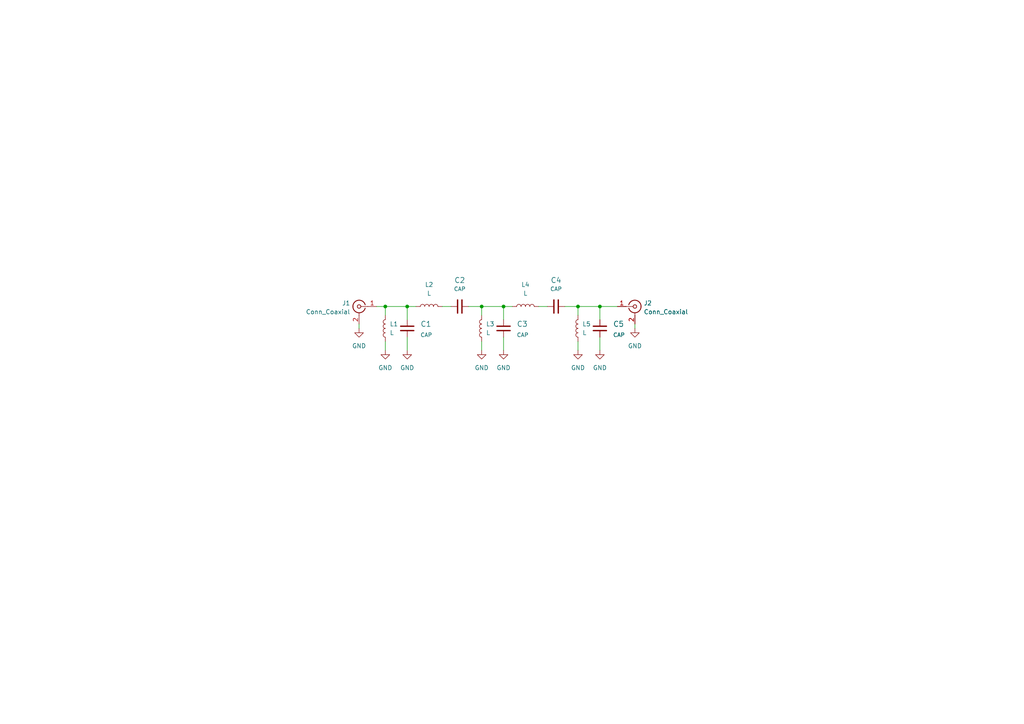
<source format=kicad_sch>
(kicad_sch (version 20211123) (generator eeschema)

  (uuid fc8cc2fb-513b-4480-962f-347da4659194)

  (paper "A4")

  (lib_symbols
    (symbol "Connector:Conn_Coaxial" (pin_names (offset 1.016) hide) (in_bom yes) (on_board yes)
      (property "Reference" "J" (id 0) (at 0.254 3.048 0)
        (effects (font (size 1.27 1.27)))
      )
      (property "Value" "Conn_Coaxial" (id 1) (at 2.921 0 90)
        (effects (font (size 1.27 1.27)))
      )
      (property "Footprint" "" (id 2) (at 0 0 0)
        (effects (font (size 1.27 1.27)) hide)
      )
      (property "Datasheet" " ~" (id 3) (at 0 0 0)
        (effects (font (size 1.27 1.27)) hide)
      )
      (property "ki_keywords" "BNC SMA SMB SMC LEMO coaxial connector CINCH RCA" (id 4) (at 0 0 0)
        (effects (font (size 1.27 1.27)) hide)
      )
      (property "ki_description" "coaxial connector (BNC, SMA, SMB, SMC, Cinch/RCA, LEMO, ...)" (id 5) (at 0 0 0)
        (effects (font (size 1.27 1.27)) hide)
      )
      (property "ki_fp_filters" "*BNC* *SMA* *SMB* *SMC* *Cinch* *LEMO*" (id 6) (at 0 0 0)
        (effects (font (size 1.27 1.27)) hide)
      )
      (symbol "Conn_Coaxial_0_1"
        (arc (start -1.778 -0.508) (mid 0.2311 -1.8066) (end 1.778 0)
          (stroke (width 0.254) (type default) (color 0 0 0 0))
          (fill (type none))
        )
        (polyline
          (pts
            (xy -2.54 0)
            (xy -0.508 0)
          )
          (stroke (width 0) (type default) (color 0 0 0 0))
          (fill (type none))
        )
        (polyline
          (pts
            (xy 0 -2.54)
            (xy 0 -1.778)
          )
          (stroke (width 0) (type default) (color 0 0 0 0))
          (fill (type none))
        )
        (circle (center 0 0) (radius 0.508)
          (stroke (width 0.2032) (type default) (color 0 0 0 0))
          (fill (type none))
        )
        (arc (start 1.778 0) (mid 0.2099 1.8101) (end -1.778 0.508)
          (stroke (width 0.254) (type default) (color 0 0 0 0))
          (fill (type none))
        )
      )
      (symbol "Conn_Coaxial_1_1"
        (pin passive line (at -5.08 0 0) (length 2.54)
          (name "In" (effects (font (size 1.27 1.27))))
          (number "1" (effects (font (size 1.27 1.27))))
        )
        (pin passive line (at 0 -5.08 90) (length 2.54)
          (name "Ext" (effects (font (size 1.27 1.27))))
          (number "2" (effects (font (size 1.27 1.27))))
        )
      )
    )
    (symbol "Device:L" (pin_numbers hide) (pin_names (offset 1.016) hide) (in_bom yes) (on_board yes)
      (property "Reference" "L" (id 0) (at -1.27 0 90)
        (effects (font (size 1.27 1.27)))
      )
      (property "Value" "L" (id 1) (at 1.905 0 90)
        (effects (font (size 1.27 1.27)))
      )
      (property "Footprint" "" (id 2) (at 0 0 0)
        (effects (font (size 1.27 1.27)) hide)
      )
      (property "Datasheet" "~" (id 3) (at 0 0 0)
        (effects (font (size 1.27 1.27)) hide)
      )
      (property "ki_keywords" "inductor choke coil reactor magnetic" (id 4) (at 0 0 0)
        (effects (font (size 1.27 1.27)) hide)
      )
      (property "ki_description" "Inductor" (id 5) (at 0 0 0)
        (effects (font (size 1.27 1.27)) hide)
      )
      (property "ki_fp_filters" "Choke_* *Coil* Inductor_* L_*" (id 6) (at 0 0 0)
        (effects (font (size 1.27 1.27)) hide)
      )
      (symbol "L_0_1"
        (arc (start 0 -2.54) (mid 0.635 -1.905) (end 0 -1.27)
          (stroke (width 0) (type default) (color 0 0 0 0))
          (fill (type none))
        )
        (arc (start 0 -1.27) (mid 0.635 -0.635) (end 0 0)
          (stroke (width 0) (type default) (color 0 0 0 0))
          (fill (type none))
        )
        (arc (start 0 0) (mid 0.635 0.635) (end 0 1.27)
          (stroke (width 0) (type default) (color 0 0 0 0))
          (fill (type none))
        )
        (arc (start 0 1.27) (mid 0.635 1.905) (end 0 2.54)
          (stroke (width 0) (type default) (color 0 0 0 0))
          (fill (type none))
        )
      )
      (symbol "L_1_1"
        (pin passive line (at 0 3.81 270) (length 1.27)
          (name "1" (effects (font (size 1.27 1.27))))
          (number "1" (effects (font (size 1.27 1.27))))
        )
        (pin passive line (at 0 -3.81 90) (length 1.27)
          (name "2" (effects (font (size 1.27 1.27))))
          (number "2" (effects (font (size 1.27 1.27))))
        )
      )
    )
    (symbol "passive:CAP" (pin_numbers hide) (pin_names (offset 1.016) hide) (in_bom yes) (on_board yes)
      (property "Reference" "C" (id 0) (at 0.762 2.286 0)
        (effects (font (size 1.524 1.524)) (justify left))
      )
      (property "Value" "CAP" (id 1) (at 0.762 -2.286 0)
        (effects (font (size 1.143 1.143)) (justify left))
      )
      (property "Footprint" "" (id 2) (at 0.889 -3.937 0)
        (effects (font (size 1.016 1.016)) (justify left) hide)
      )
      (property "Datasheet" "" (id 3) (at 0 2.54 0)
        (effects (font (size 1.524 1.524)) hide)
      )
      (property "Part" "-" (id 4) (at 1.016 4.191 0)
        (effects (font (size 1.143 1.143)) (justify left) hide)
      )
      (property "Family" "Passive" (id 5) (at 5.842 7.366 0)
        (effects (font (size 1.27 1.27)) hide)
      )
      (property "ki_keywords" "capacitor" (id 6) (at 0 0 0)
        (effects (font (size 1.27 1.27)) hide)
      )
      (property "ki_description" "Capacitor" (id 7) (at 0 0 0)
        (effects (font (size 1.27 1.27)) hide)
      )
      (symbol "CAP_0_1"
        (polyline
          (pts
            (xy -1.905 -0.635)
            (xy 1.905 -0.635)
          )
          (stroke (width 0.381) (type default) (color 0 0 0 0))
          (fill (type none))
        )
        (polyline
          (pts
            (xy -1.905 0.635)
            (xy 1.905 0.635)
          )
          (stroke (width 0.381) (type default) (color 0 0 0 0))
          (fill (type none))
        )
      )
      (symbol "CAP_1_1"
        (pin passive line (at 0 -2.54 90) (length 1.905)
          (name "1" (effects (font (size 1.143 1.143))))
          (number "1" (effects (font (size 1.016 1.016))))
        )
        (pin passive line (at 0 2.54 270) (length 1.905)
          (name "2" (effects (font (size 1.143 1.143))))
          (number "2" (effects (font (size 1.016 1.016))))
        )
      )
    )
    (symbol "power:GND" (power) (pin_names (offset 0)) (in_bom yes) (on_board yes)
      (property "Reference" "#PWR" (id 0) (at 0 -6.35 0)
        (effects (font (size 1.27 1.27)) hide)
      )
      (property "Value" "GND" (id 1) (at 0 -3.81 0)
        (effects (font (size 1.27 1.27)))
      )
      (property "Footprint" "" (id 2) (at 0 0 0)
        (effects (font (size 1.27 1.27)) hide)
      )
      (property "Datasheet" "" (id 3) (at 0 0 0)
        (effects (font (size 1.27 1.27)) hide)
      )
      (property "ki_keywords" "global power" (id 4) (at 0 0 0)
        (effects (font (size 1.27 1.27)) hide)
      )
      (property "ki_description" "Power symbol creates a global label with name \"GND\" , ground" (id 5) (at 0 0 0)
        (effects (font (size 1.27 1.27)) hide)
      )
      (symbol "GND_0_1"
        (polyline
          (pts
            (xy 0 0)
            (xy 0 -1.27)
            (xy 1.27 -1.27)
            (xy 0 -2.54)
            (xy -1.27 -1.27)
            (xy 0 -1.27)
          )
          (stroke (width 0) (type default) (color 0 0 0 0))
          (fill (type none))
        )
      )
      (symbol "GND_1_1"
        (pin power_in line (at 0 0 270) (length 0) hide
          (name "GND" (effects (font (size 1.27 1.27))))
          (number "1" (effects (font (size 1.27 1.27))))
        )
      )
    )
  )

  (junction (at 173.99 88.9) (diameter 0) (color 0 0 0 0)
    (uuid 2157a10f-c1f0-43bd-aac0-538ecccd4c5c)
  )
  (junction (at 111.76 88.9) (diameter 0) (color 0 0 0 0)
    (uuid 3a652134-ec7c-47f0-97d6-0c3167329615)
  )
  (junction (at 139.7 88.9) (diameter 0) (color 0 0 0 0)
    (uuid 535cf2cb-fbda-42ea-8407-518ca7bd0197)
  )
  (junction (at 118.11 88.9) (diameter 0) (color 0 0 0 0)
    (uuid 96f4d748-c15f-4649-85f7-bb6a25584ee5)
  )
  (junction (at 146.05 88.9) (diameter 0) (color 0 0 0 0)
    (uuid d0cc054b-4c26-4b93-917e-4b5af5751d32)
  )
  (junction (at 167.64 88.9) (diameter 0) (color 0 0 0 0)
    (uuid e7e75414-d3e3-4c8e-a09a-52285f6bac1d)
  )

  (wire (pts (xy 111.76 99.06) (xy 111.76 101.6))
    (stroke (width 0) (type default) (color 0 0 0 0))
    (uuid 07ae4e58-e4bd-44ec-878f-424229a370be)
  )
  (wire (pts (xy 146.05 97.79) (xy 146.05 101.6))
    (stroke (width 0) (type default) (color 0 0 0 0))
    (uuid 1903d2ec-0b90-4824-92e1-744c6b78c175)
  )
  (wire (pts (xy 173.99 97.79) (xy 173.99 101.6))
    (stroke (width 0) (type default) (color 0 0 0 0))
    (uuid 1ad26034-2196-4ae4-ba07-c4ead07bea17)
  )
  (wire (pts (xy 167.64 99.06) (xy 167.64 101.6))
    (stroke (width 0) (type default) (color 0 0 0 0))
    (uuid 1b056b9c-ca24-44ab-ad36-a343f137fe1f)
  )
  (wire (pts (xy 109.22 88.9) (xy 111.76 88.9))
    (stroke (width 0) (type default) (color 0 0 0 0))
    (uuid 1be76263-521c-4715-a205-4d4a0d810569)
  )
  (wire (pts (xy 118.11 97.79) (xy 118.11 101.6))
    (stroke (width 0) (type default) (color 0 0 0 0))
    (uuid 3133b4f2-cdd2-4a25-94a7-b7f3aeccda7b)
  )
  (wire (pts (xy 118.11 88.9) (xy 120.65 88.9))
    (stroke (width 0) (type default) (color 0 0 0 0))
    (uuid 3fcf53f9-c1e0-4063-bd6c-9a95af3d816f)
  )
  (wire (pts (xy 118.11 88.9) (xy 118.11 92.71))
    (stroke (width 0) (type default) (color 0 0 0 0))
    (uuid 4873eab4-c910-4c57-9c16-0084b837f641)
  )
  (wire (pts (xy 111.76 88.9) (xy 111.76 91.44))
    (stroke (width 0) (type default) (color 0 0 0 0))
    (uuid 4e457446-9a81-45cc-900a-fbe628e4f057)
  )
  (wire (pts (xy 139.7 88.9) (xy 146.05 88.9))
    (stroke (width 0) (type default) (color 0 0 0 0))
    (uuid 5c050902-0a01-456e-945c-f57114d01454)
  )
  (wire (pts (xy 139.7 99.06) (xy 139.7 101.6))
    (stroke (width 0) (type default) (color 0 0 0 0))
    (uuid 61692bcc-15be-4fd9-95c2-bbedbd578fe1)
  )
  (wire (pts (xy 173.99 88.9) (xy 173.99 92.71))
    (stroke (width 0) (type default) (color 0 0 0 0))
    (uuid 8aaa5458-244d-41c1-9393-f54c104d7797)
  )
  (wire (pts (xy 139.7 88.9) (xy 139.7 91.44))
    (stroke (width 0) (type default) (color 0 0 0 0))
    (uuid 9321c630-48f6-4301-880c-a95d26ba0254)
  )
  (wire (pts (xy 104.14 93.98) (xy 104.14 95.25))
    (stroke (width 0) (type default) (color 0 0 0 0))
    (uuid 99332f87-e5e8-4442-a080-0ac60f31b178)
  )
  (wire (pts (xy 111.76 88.9) (xy 118.11 88.9))
    (stroke (width 0) (type default) (color 0 0 0 0))
    (uuid 9b448d37-48b4-4a56-8f30-ec63205a4588)
  )
  (wire (pts (xy 173.99 88.9) (xy 179.07 88.9))
    (stroke (width 0) (type default) (color 0 0 0 0))
    (uuid a4817120-7850-49e8-8902-4c6cf8762e6c)
  )
  (wire (pts (xy 184.15 93.98) (xy 184.15 95.25))
    (stroke (width 0) (type default) (color 0 0 0 0))
    (uuid ae447594-7a3d-46a7-8649-ec370bba03f3)
  )
  (wire (pts (xy 167.64 88.9) (xy 167.64 91.44))
    (stroke (width 0) (type default) (color 0 0 0 0))
    (uuid af6ae94d-3883-43f1-b8d1-fc2de63d3746)
  )
  (wire (pts (xy 167.64 88.9) (xy 173.99 88.9))
    (stroke (width 0) (type default) (color 0 0 0 0))
    (uuid b0c346db-f0ed-41bd-a2f0-596a9bca0678)
  )
  (wire (pts (xy 163.83 88.9) (xy 167.64 88.9))
    (stroke (width 0) (type default) (color 0 0 0 0))
    (uuid b1d53567-7cd4-428c-b4e1-dc82a9a48d69)
  )
  (wire (pts (xy 128.27 88.9) (xy 130.81 88.9))
    (stroke (width 0) (type default) (color 0 0 0 0))
    (uuid b6a0e82b-1aef-45be-ae3b-f0b806a8d35d)
  )
  (wire (pts (xy 156.21 88.9) (xy 158.75 88.9))
    (stroke (width 0) (type default) (color 0 0 0 0))
    (uuid b6c5b3e9-38f3-4817-bef0-58283d7a2e5c)
  )
  (wire (pts (xy 135.89 88.9) (xy 139.7 88.9))
    (stroke (width 0) (type default) (color 0 0 0 0))
    (uuid bb8f29ba-661b-4a4f-b586-2d235b256a63)
  )
  (wire (pts (xy 146.05 88.9) (xy 146.05 92.71))
    (stroke (width 0) (type default) (color 0 0 0 0))
    (uuid cd46f647-5ca7-49c1-9dfb-88543c1b2ebd)
  )
  (wire (pts (xy 146.05 88.9) (xy 148.59 88.9))
    (stroke (width 0) (type default) (color 0 0 0 0))
    (uuid fa2c265d-0422-472c-810b-75a2596ba25f)
  )

  (symbol (lib_id "Device:L") (at 124.46 88.9 90) (unit 1)
    (in_bom yes) (on_board yes) (fields_autoplaced)
    (uuid 0899693d-d5ef-4f49-9ff0-5e74eba1177e)
    (property "Reference" "L2" (id 0) (at 124.46 82.55 90))
    (property "Value" "L" (id 1) (at 124.46 85.09 90))
    (property "Footprint" "Inductor_SMD:L_0603_1608Metric" (id 2) (at 124.46 88.9 0)
      (effects (font (size 1.27 1.27)) hide)
    )
    (property "Datasheet" "~" (id 3) (at 124.46 88.9 0)
      (effects (font (size 1.27 1.27)) hide)
    )
    (pin "1" (uuid 475d3712-9e44-4751-a88b-3bca6aab1143))
    (pin "2" (uuid b79d9327-ee9c-49ab-b0d4-8aa2c4f06d1e))
  )

  (symbol (lib_id "power:GND") (at 118.11 101.6 0) (unit 1)
    (in_bom yes) (on_board yes) (fields_autoplaced)
    (uuid 18dcb549-dc81-45b5-bfd8-3765f41ad0ca)
    (property "Reference" "#PWR0105" (id 0) (at 118.11 107.95 0)
      (effects (font (size 1.27 1.27)) hide)
    )
    (property "Value" "GND" (id 1) (at 118.11 106.68 0))
    (property "Footprint" "" (id 2) (at 118.11 101.6 0)
      (effects (font (size 1.27 1.27)) hide)
    )
    (property "Datasheet" "" (id 3) (at 118.11 101.6 0)
      (effects (font (size 1.27 1.27)) hide)
    )
    (pin "1" (uuid 6289d176-2684-45ed-8e9f-4e1e3636f125))
  )

  (symbol (lib_id "power:GND") (at 146.05 101.6 0) (unit 1)
    (in_bom yes) (on_board yes) (fields_autoplaced)
    (uuid 1aa07bc9-5222-494e-99c6-6efe78aacdc9)
    (property "Reference" "#PWR0106" (id 0) (at 146.05 107.95 0)
      (effects (font (size 1.27 1.27)) hide)
    )
    (property "Value" "GND" (id 1) (at 146.05 106.68 0))
    (property "Footprint" "" (id 2) (at 146.05 101.6 0)
      (effects (font (size 1.27 1.27)) hide)
    )
    (property "Datasheet" "" (id 3) (at 146.05 101.6 0)
      (effects (font (size 1.27 1.27)) hide)
    )
    (pin "1" (uuid 1f32a43d-36c7-4ba8-b9a8-dbf8b2c11ae9))
  )

  (symbol (lib_id "Connector:Conn_Coaxial") (at 184.15 88.9 0) (unit 1)
    (in_bom yes) (on_board yes) (fields_autoplaced)
    (uuid 4a94fbcb-6e69-442e-8da7-cb6000358f41)
    (property "Reference" "J2" (id 0) (at 186.69 87.9231 0)
      (effects (font (size 1.27 1.27)) (justify left))
    )
    (property "Value" "Conn_Coaxial" (id 1) (at 186.69 90.4631 0)
      (effects (font (size 1.27 1.27)) (justify left))
    )
    (property "Footprint" "Connector_Coaxial:SMA_Amphenol_132289_EdgeMount" (id 2) (at 184.15 88.9 0)
      (effects (font (size 1.27 1.27)) hide)
    )
    (property "Datasheet" " ~" (id 3) (at 184.15 88.9 0)
      (effects (font (size 1.27 1.27)) hide)
    )
    (pin "1" (uuid ed5e761c-500f-431c-aa75-de7e35a8605d))
    (pin "2" (uuid 7ba5bd29-cb1c-4ad5-aaf4-2541520990b1))
  )

  (symbol (lib_id "passive:CAP") (at 146.05 95.25 180) (unit 1)
    (in_bom yes) (on_board yes) (fields_autoplaced)
    (uuid 53fd5fc5-1fa9-43eb-a381-c1d1d09c620f)
    (property "Reference" "C3" (id 0) (at 149.86 93.98 0)
      (effects (font (size 1.524 1.524)) (justify right))
    )
    (property "Value" "CAP" (id 1) (at 149.86 97.155 0)
      (effects (font (size 1.143 1.143)) (justify right))
    )
    (property "Footprint" "Capacitor_SMD:C_0603_1608Metric" (id 2) (at 145.161 91.313 0)
      (effects (font (size 1.016 1.016)) (justify left) hide)
    )
    (property "Datasheet" "" (id 3) (at 146.05 97.79 0)
      (effects (font (size 1.524 1.524)) hide)
    )
    (property "Part" "-" (id 4) (at 145.034 99.441 0)
      (effects (font (size 1.143 1.143)) (justify left) hide)
    )
    (property "Family" "Passive" (id 5) (at 140.208 102.616 0)
      (effects (font (size 1.27 1.27)) hide)
    )
    (pin "1" (uuid 37242ece-5d90-446b-a258-01ff121d0c3b))
    (pin "2" (uuid 71e0e9bb-2f48-4d78-89b0-27b268ad1d59))
  )

  (symbol (lib_id "Device:L") (at 152.4 88.9 90) (unit 1)
    (in_bom yes) (on_board yes) (fields_autoplaced)
    (uuid 5d788ed1-9689-4647-9e1d-124917830bf4)
    (property "Reference" "L4" (id 0) (at 152.4 82.55 90))
    (property "Value" "L" (id 1) (at 152.4 85.09 90))
    (property "Footprint" "Inductor_SMD:L_0603_1608Metric" (id 2) (at 152.4 88.9 0)
      (effects (font (size 1.27 1.27)) hide)
    )
    (property "Datasheet" "~" (id 3) (at 152.4 88.9 0)
      (effects (font (size 1.27 1.27)) hide)
    )
    (pin "1" (uuid ea586504-f5b2-45cc-a65b-069366a5d85f))
    (pin "2" (uuid d723a05d-c8f6-467a-b1d1-0494ba60b41f))
  )

  (symbol (lib_id "power:GND") (at 104.14 95.25 0) (unit 1)
    (in_bom yes) (on_board yes) (fields_autoplaced)
    (uuid 658537e2-2eae-4f83-80c6-39373d4b29f7)
    (property "Reference" "#PWR0108" (id 0) (at 104.14 101.6 0)
      (effects (font (size 1.27 1.27)) hide)
    )
    (property "Value" "GND" (id 1) (at 104.14 100.33 0))
    (property "Footprint" "" (id 2) (at 104.14 95.25 0)
      (effects (font (size 1.27 1.27)) hide)
    )
    (property "Datasheet" "" (id 3) (at 104.14 95.25 0)
      (effects (font (size 1.27 1.27)) hide)
    )
    (pin "1" (uuid 3446153c-b6bd-44d1-81bf-afd77f391e31))
  )

  (symbol (lib_id "power:GND") (at 139.7 101.6 0) (unit 1)
    (in_bom yes) (on_board yes) (fields_autoplaced)
    (uuid 8e806c33-0fed-4165-ab58-6a7688ef9486)
    (property "Reference" "#PWR0107" (id 0) (at 139.7 107.95 0)
      (effects (font (size 1.27 1.27)) hide)
    )
    (property "Value" "GND" (id 1) (at 139.7 106.68 0))
    (property "Footprint" "" (id 2) (at 139.7 101.6 0)
      (effects (font (size 1.27 1.27)) hide)
    )
    (property "Datasheet" "" (id 3) (at 139.7 101.6 0)
      (effects (font (size 1.27 1.27)) hide)
    )
    (pin "1" (uuid 1970376b-8ee2-4d2f-b635-f80776fd6cbe))
  )

  (symbol (lib_id "power:GND") (at 184.15 95.25 0) (unit 1)
    (in_bom yes) (on_board yes) (fields_autoplaced)
    (uuid 984152c3-ec22-4769-b203-04630fa2f455)
    (property "Reference" "#PWR0101" (id 0) (at 184.15 101.6 0)
      (effects (font (size 1.27 1.27)) hide)
    )
    (property "Value" "GND" (id 1) (at 184.15 100.33 0))
    (property "Footprint" "" (id 2) (at 184.15 95.25 0)
      (effects (font (size 1.27 1.27)) hide)
    )
    (property "Datasheet" "" (id 3) (at 184.15 95.25 0)
      (effects (font (size 1.27 1.27)) hide)
    )
    (pin "1" (uuid 9036679e-8acb-4aa2-a891-fed489546268))
  )

  (symbol (lib_id "Device:L") (at 111.76 95.25 180) (unit 1)
    (in_bom yes) (on_board yes) (fields_autoplaced)
    (uuid 9df49a59-b537-48f1-bc8c-dd2d01783b36)
    (property "Reference" "L1" (id 0) (at 113.03 93.9799 0)
      (effects (font (size 1.27 1.27)) (justify right))
    )
    (property "Value" "L" (id 1) (at 113.03 96.5199 0)
      (effects (font (size 1.27 1.27)) (justify right))
    )
    (property "Footprint" "Inductor_SMD:L_0603_1608Metric" (id 2) (at 111.76 95.25 0)
      (effects (font (size 1.27 1.27)) hide)
    )
    (property "Datasheet" "~" (id 3) (at 111.76 95.25 0)
      (effects (font (size 1.27 1.27)) hide)
    )
    (pin "1" (uuid ec9deb7b-9633-44ca-8727-f41175eede95))
    (pin "2" (uuid f131955b-47ae-4406-8146-fc55615c2c9f))
  )

  (symbol (lib_id "passive:CAP") (at 173.99 95.25 180) (unit 1)
    (in_bom yes) (on_board yes) (fields_autoplaced)
    (uuid 9f76e2c9-7ce9-4a77-8e0e-b41703c8c892)
    (property "Reference" "C5" (id 0) (at 177.8 93.98 0)
      (effects (font (size 1.524 1.524)) (justify right))
    )
    (property "Value" "CAP" (id 1) (at 177.8 97.155 0)
      (effects (font (size 1.143 1.143)) (justify right))
    )
    (property "Footprint" "Capacitor_SMD:C_0603_1608Metric" (id 2) (at 173.101 91.313 0)
      (effects (font (size 1.016 1.016)) (justify left) hide)
    )
    (property "Datasheet" "" (id 3) (at 173.99 97.79 0)
      (effects (font (size 1.524 1.524)) hide)
    )
    (property "Part" "-" (id 4) (at 172.974 99.441 0)
      (effects (font (size 1.143 1.143)) (justify left) hide)
    )
    (property "Family" "Passive" (id 5) (at 168.148 102.616 0)
      (effects (font (size 1.27 1.27)) hide)
    )
    (pin "1" (uuid 990830fd-8108-4b42-852d-f9c02af52a54))
    (pin "2" (uuid 726fe266-3676-4e11-abca-9ac28356acdf))
  )

  (symbol (lib_id "power:GND") (at 173.99 101.6 0) (unit 1)
    (in_bom yes) (on_board yes) (fields_autoplaced)
    (uuid a1c3a568-63f6-428d-b235-5fa8c8c008ec)
    (property "Reference" "#PWR0103" (id 0) (at 173.99 107.95 0)
      (effects (font (size 1.27 1.27)) hide)
    )
    (property "Value" "GND" (id 1) (at 173.99 106.68 0))
    (property "Footprint" "" (id 2) (at 173.99 101.6 0)
      (effects (font (size 1.27 1.27)) hide)
    )
    (property "Datasheet" "" (id 3) (at 173.99 101.6 0)
      (effects (font (size 1.27 1.27)) hide)
    )
    (pin "1" (uuid 2a4f671d-f112-4f9e-9689-9a314e9a91d7))
  )

  (symbol (lib_id "power:GND") (at 167.64 101.6 0) (unit 1)
    (in_bom yes) (on_board yes) (fields_autoplaced)
    (uuid bf49c6d4-a579-4186-b3be-5408ab304dfe)
    (property "Reference" "#PWR0102" (id 0) (at 167.64 107.95 0)
      (effects (font (size 1.27 1.27)) hide)
    )
    (property "Value" "GND" (id 1) (at 167.64 106.68 0))
    (property "Footprint" "" (id 2) (at 167.64 101.6 0)
      (effects (font (size 1.27 1.27)) hide)
    )
    (property "Datasheet" "" (id 3) (at 167.64 101.6 0)
      (effects (font (size 1.27 1.27)) hide)
    )
    (pin "1" (uuid da619814-9212-4f75-97f8-c62f6311eeb6))
  )

  (symbol (lib_id "passive:CAP") (at 118.11 95.25 180) (unit 1)
    (in_bom yes) (on_board yes) (fields_autoplaced)
    (uuid cba3a6f1-3207-4fd2-aab9-4b7a1ab54cd2)
    (property "Reference" "C1" (id 0) (at 121.92 93.98 0)
      (effects (font (size 1.524 1.524)) (justify right))
    )
    (property "Value" "CAP" (id 1) (at 121.92 97.155 0)
      (effects (font (size 1.143 1.143)) (justify right))
    )
    (property "Footprint" "Capacitor_SMD:C_0603_1608Metric" (id 2) (at 117.221 91.313 0)
      (effects (font (size 1.016 1.016)) (justify left) hide)
    )
    (property "Datasheet" "" (id 3) (at 118.11 97.79 0)
      (effects (font (size 1.524 1.524)) hide)
    )
    (property "Part" "-" (id 4) (at 117.094 99.441 0)
      (effects (font (size 1.143 1.143)) (justify left) hide)
    )
    (property "Family" "Passive" (id 5) (at 112.268 102.616 0)
      (effects (font (size 1.27 1.27)) hide)
    )
    (pin "1" (uuid cdc6a93d-f064-48d9-aabe-0b9500e111dc))
    (pin "2" (uuid 5215a361-83fe-4758-9ac4-6d77c4c31deb))
  )

  (symbol (lib_id "Connector:Conn_Coaxial") (at 104.14 88.9 0) (mirror y) (unit 1)
    (in_bom yes) (on_board yes) (fields_autoplaced)
    (uuid d1ed0632-b34f-44ad-be6a-c789701206fd)
    (property "Reference" "J1" (id 0) (at 101.6 87.9231 0)
      (effects (font (size 1.27 1.27)) (justify left))
    )
    (property "Value" "Conn_Coaxial" (id 1) (at 101.6 90.4631 0)
      (effects (font (size 1.27 1.27)) (justify left))
    )
    (property "Footprint" "Connector_Coaxial:SMA_Amphenol_132289_EdgeMount" (id 2) (at 104.14 88.9 0)
      (effects (font (size 1.27 1.27)) hide)
    )
    (property "Datasheet" " ~" (id 3) (at 104.14 88.9 0)
      (effects (font (size 1.27 1.27)) hide)
    )
    (pin "1" (uuid e8f5f905-aaa0-4856-968d-4891a8f68879))
    (pin "2" (uuid 0440ead6-ebce-426b-8591-16323db020da))
  )

  (symbol (lib_id "power:GND") (at 111.76 101.6 0) (unit 1)
    (in_bom yes) (on_board yes) (fields_autoplaced)
    (uuid d452c679-e785-4e17-aec7-adabb4af00d0)
    (property "Reference" "#PWR0104" (id 0) (at 111.76 107.95 0)
      (effects (font (size 1.27 1.27)) hide)
    )
    (property "Value" "GND" (id 1) (at 111.76 106.68 0))
    (property "Footprint" "" (id 2) (at 111.76 101.6 0)
      (effects (font (size 1.27 1.27)) hide)
    )
    (property "Datasheet" "" (id 3) (at 111.76 101.6 0)
      (effects (font (size 1.27 1.27)) hide)
    )
    (pin "1" (uuid 897ca369-f9d8-43a7-a002-95baa0152945))
  )

  (symbol (lib_id "Device:L") (at 139.7 95.25 180) (unit 1)
    (in_bom yes) (on_board yes) (fields_autoplaced)
    (uuid d6863528-3ae4-45c3-98a3-7ac8e5974338)
    (property "Reference" "L3" (id 0) (at 140.97 93.9799 0)
      (effects (font (size 1.27 1.27)) (justify right))
    )
    (property "Value" "L" (id 1) (at 140.97 96.5199 0)
      (effects (font (size 1.27 1.27)) (justify right))
    )
    (property "Footprint" "Inductor_SMD:L_0603_1608Metric" (id 2) (at 139.7 95.25 0)
      (effects (font (size 1.27 1.27)) hide)
    )
    (property "Datasheet" "~" (id 3) (at 139.7 95.25 0)
      (effects (font (size 1.27 1.27)) hide)
    )
    (pin "1" (uuid 6c9f4273-41a0-4279-9e31-1e660e733ed0))
    (pin "2" (uuid 9623e617-0ec7-4bba-986f-a956507d7f26))
  )

  (symbol (lib_id "passive:CAP") (at 161.29 88.9 90) (unit 1)
    (in_bom yes) (on_board yes) (fields_autoplaced)
    (uuid dbf56e25-f49d-490a-87bc-91f290a72dcc)
    (property "Reference" "C4" (id 0) (at 161.29 81.28 90)
      (effects (font (size 1.524 1.524)))
    )
    (property "Value" "CAP" (id 1) (at 161.29 83.82 90)
      (effects (font (size 1.143 1.143)))
    )
    (property "Footprint" "Capacitor_SMD:C_0603_1608Metric" (id 2) (at 165.227 88.011 0)
      (effects (font (size 1.016 1.016)) (justify left) hide)
    )
    (property "Datasheet" "" (id 3) (at 158.75 88.9 0)
      (effects (font (size 1.524 1.524)) hide)
    )
    (property "Part" "-" (id 4) (at 157.099 87.884 0)
      (effects (font (size 1.143 1.143)) (justify left) hide)
    )
    (property "Family" "Passive" (id 5) (at 153.924 83.058 0)
      (effects (font (size 1.27 1.27)) hide)
    )
    (pin "1" (uuid c46746ff-265e-432f-8dda-1073f5492e1b))
    (pin "2" (uuid 493152bb-940d-48f1-9468-fde686986c98))
  )

  (symbol (lib_id "passive:CAP") (at 133.35 88.9 90) (unit 1)
    (in_bom yes) (on_board yes) (fields_autoplaced)
    (uuid eb63d534-cf68-4e3b-99c8-da63c05166a1)
    (property "Reference" "C2" (id 0) (at 133.35 81.28 90)
      (effects (font (size 1.524 1.524)))
    )
    (property "Value" "CAP" (id 1) (at 133.35 83.82 90)
      (effects (font (size 1.143 1.143)))
    )
    (property "Footprint" "Capacitor_SMD:C_0603_1608Metric" (id 2) (at 137.287 88.011 0)
      (effects (font (size 1.016 1.016)) (justify left) hide)
    )
    (property "Datasheet" "" (id 3) (at 130.81 88.9 0)
      (effects (font (size 1.524 1.524)) hide)
    )
    (property "Part" "-" (id 4) (at 129.159 87.884 0)
      (effects (font (size 1.143 1.143)) (justify left) hide)
    )
    (property "Family" "Passive" (id 5) (at 125.984 83.058 0)
      (effects (font (size 1.27 1.27)) hide)
    )
    (pin "1" (uuid d595a37e-ed3c-4353-a32a-97d4c1ec80e8))
    (pin "2" (uuid 2fe30540-d280-4fda-9084-362631d48670))
  )

  (symbol (lib_id "Device:L") (at 167.64 95.25 180) (unit 1)
    (in_bom yes) (on_board yes) (fields_autoplaced)
    (uuid f5f4e4a8-c94e-4dc3-aa94-d008dadbae4e)
    (property "Reference" "L5" (id 0) (at 168.91 93.9799 0)
      (effects (font (size 1.27 1.27)) (justify right))
    )
    (property "Value" "L" (id 1) (at 168.91 96.5199 0)
      (effects (font (size 1.27 1.27)) (justify right))
    )
    (property "Footprint" "Inductor_SMD:L_0603_1608Metric" (id 2) (at 167.64 95.25 0)
      (effects (font (size 1.27 1.27)) hide)
    )
    (property "Datasheet" "~" (id 3) (at 167.64 95.25 0)
      (effects (font (size 1.27 1.27)) hide)
    )
    (pin "1" (uuid a9fc98b2-df96-47b9-a9d1-0fc9baaa1466))
    (pin "2" (uuid 25702131-d9c2-4729-99aa-3850621a579b))
  )

  (sheet_instances
    (path "/" (page "1"))
  )

  (symbol_instances
    (path "/984152c3-ec22-4769-b203-04630fa2f455"
      (reference "#PWR0101") (unit 1) (value "GND") (footprint "")
    )
    (path "/bf49c6d4-a579-4186-b3be-5408ab304dfe"
      (reference "#PWR0102") (unit 1) (value "GND") (footprint "")
    )
    (path "/a1c3a568-63f6-428d-b235-5fa8c8c008ec"
      (reference "#PWR0103") (unit 1) (value "GND") (footprint "")
    )
    (path "/d452c679-e785-4e17-aec7-adabb4af00d0"
      (reference "#PWR0104") (unit 1) (value "GND") (footprint "")
    )
    (path "/18dcb549-dc81-45b5-bfd8-3765f41ad0ca"
      (reference "#PWR0105") (unit 1) (value "GND") (footprint "")
    )
    (path "/1aa07bc9-5222-494e-99c6-6efe78aacdc9"
      (reference "#PWR0106") (unit 1) (value "GND") (footprint "")
    )
    (path "/8e806c33-0fed-4165-ab58-6a7688ef9486"
      (reference "#PWR0107") (unit 1) (value "GND") (footprint "")
    )
    (path "/658537e2-2eae-4f83-80c6-39373d4b29f7"
      (reference "#PWR0108") (unit 1) (value "GND") (footprint "")
    )
    (path "/cba3a6f1-3207-4fd2-aab9-4b7a1ab54cd2"
      (reference "C1") (unit 1) (value "CAP") (footprint "Capacitor_SMD:C_0603_1608Metric")
    )
    (path "/eb63d534-cf68-4e3b-99c8-da63c05166a1"
      (reference "C2") (unit 1) (value "CAP") (footprint "Capacitor_SMD:C_0603_1608Metric")
    )
    (path "/53fd5fc5-1fa9-43eb-a381-c1d1d09c620f"
      (reference "C3") (unit 1) (value "CAP") (footprint "Capacitor_SMD:C_0603_1608Metric")
    )
    (path "/dbf56e25-f49d-490a-87bc-91f290a72dcc"
      (reference "C4") (unit 1) (value "CAP") (footprint "Capacitor_SMD:C_0603_1608Metric")
    )
    (path "/9f76e2c9-7ce9-4a77-8e0e-b41703c8c892"
      (reference "C5") (unit 1) (value "CAP") (footprint "Capacitor_SMD:C_0603_1608Metric")
    )
    (path "/d1ed0632-b34f-44ad-be6a-c789701206fd"
      (reference "J1") (unit 1) (value "Conn_Coaxial") (footprint "Connector_Coaxial:SMA_Amphenol_132289_EdgeMount")
    )
    (path "/4a94fbcb-6e69-442e-8da7-cb6000358f41"
      (reference "J2") (unit 1) (value "Conn_Coaxial") (footprint "Connector_Coaxial:SMA_Amphenol_132289_EdgeMount")
    )
    (path "/9df49a59-b537-48f1-bc8c-dd2d01783b36"
      (reference "L1") (unit 1) (value "L") (footprint "Inductor_SMD:L_0603_1608Metric")
    )
    (path "/0899693d-d5ef-4f49-9ff0-5e74eba1177e"
      (reference "L2") (unit 1) (value "L") (footprint "Inductor_SMD:L_0603_1608Metric")
    )
    (path "/d6863528-3ae4-45c3-98a3-7ac8e5974338"
      (reference "L3") (unit 1) (value "L") (footprint "Inductor_SMD:L_0603_1608Metric")
    )
    (path "/5d788ed1-9689-4647-9e1d-124917830bf4"
      (reference "L4") (unit 1) (value "L") (footprint "Inductor_SMD:L_0603_1608Metric")
    )
    (path "/f5f4e4a8-c94e-4dc3-aa94-d008dadbae4e"
      (reference "L5") (unit 1) (value "L") (footprint "Inductor_SMD:L_0603_1608Metric")
    )
  )
)

</source>
